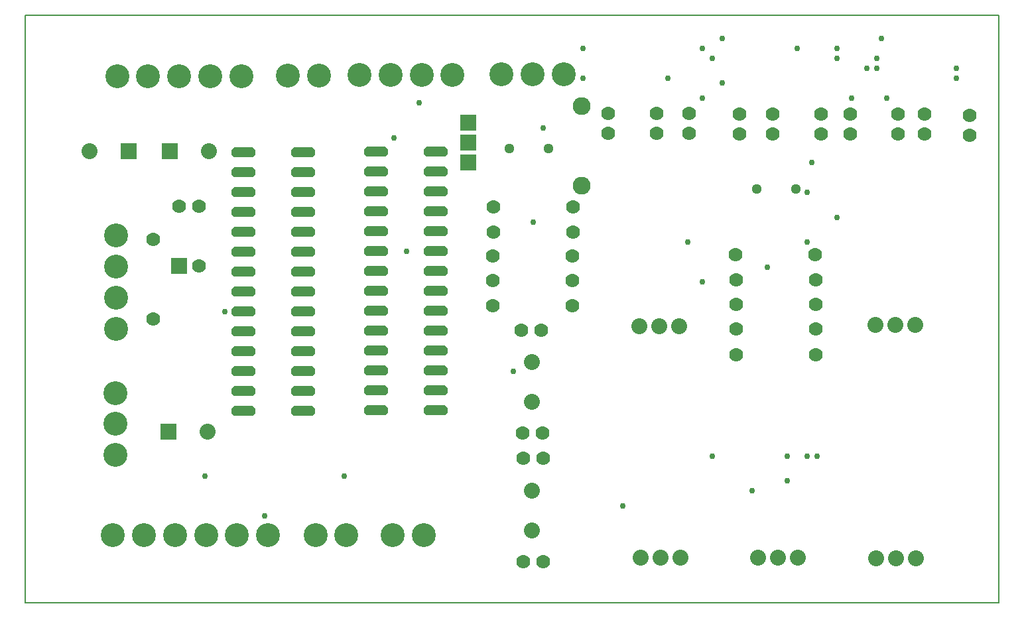
<source format=gbr>
G04 PROTEUS GERBER X2 FILE*
%TF.GenerationSoftware,Labcenter,Proteus,8.9-SP0-Build27865*%
%TF.CreationDate,2020-10-13T12:24:17+00:00*%
%TF.FileFunction,Copper,L0,Inr*%
%TF.FilePolarity,Positive*%
%TF.Part,Single*%
%TF.SameCoordinates,{eb038a7c-90c0-4424-89c4-d0a3f05e8ce7}*%
%FSLAX45Y45*%
%MOMM*%
G01*
%TA.AperFunction,ViaPad*%
%ADD13C,0.762000*%
%TA.AperFunction,ComponentPad*%
%ADD14C,3.048000*%
%TA.AperFunction,WasherPad*%
%ADD24C,1.280000*%
%TA.AperFunction,ComponentPad*%
%ADD19C,1.280000*%
%ADD70C,1.778000*%
%TA.AperFunction,ComponentPad*%
%ADD71C,2.032000*%
%AMDIL012*
4,1,8,
-1.524000,0.330200,-1.219200,0.635000,1.219200,0.635000,1.524000,0.330200,1.524000,-0.330200,
1.219200,-0.635000,-1.219200,-0.635000,-1.524000,-0.330200,-1.524000,0.330200,
0*%
%TA.AperFunction,ComponentPad*%
%ADD20DIL012*%
%TA.AperFunction,ComponentPad*%
%ADD21R,2.032000X2.032000*%
%TA.AperFunction,ComponentPad*%
%ADD22C,2.286000*%
%TA.AperFunction,Profile*%
%ADD23C,0.203200*%
%TD.AperFunction*%
D13*
X+1397000Y+7239000D03*
X+4381500Y+7302500D03*
X-4445000Y+1714500D03*
X+1143000Y+4699000D03*
X+2603500Y+2476500D03*
X+2476500Y+2476500D03*
X+2222500Y+2476500D03*
X+2222500Y+2159000D03*
X+1143000Y+7048500D03*
X-889000Y+6667500D03*
X-2476500Y+6985000D03*
X+2857500Y+5524500D03*
X-1016000Y+5461000D03*
X+3365500Y+7429500D03*
X+2476500Y+5842000D03*
X+2476500Y+5207000D03*
X+952500Y+5207000D03*
X+4381500Y+7429500D03*
X+3429000Y+7810500D03*
X+1397000Y+7810500D03*
X+3492500Y+7048500D03*
X-1270000Y+3556000D03*
X+698500Y+7302500D03*
X-381000Y+7302500D03*
X-381000Y+7683500D03*
X+127000Y+1841500D03*
X+1968500Y+4889500D03*
X+3048000Y+7048500D03*
X-3429000Y+2222500D03*
X-5207000Y+2222500D03*
X+1270000Y+2476500D03*
X+2349500Y+7683500D03*
X+1143000Y+7683500D03*
X+2540000Y+6223000D03*
X+3238500Y+7429500D03*
X+1778000Y+2032000D03*
X+2857500Y+7683500D03*
X+3365500Y+7556500D03*
X+2857500Y+7556500D03*
X+1270000Y+7556500D03*
X-4953000Y+4318000D03*
X-2794000Y+6540500D03*
X-2636520Y+5087620D03*
D14*
X-6329680Y+7322820D03*
X-5933440Y+7322820D03*
X-5537200Y+7322820D03*
X-5140960Y+7322820D03*
X-4744720Y+7322820D03*
X-3235960Y+7345680D03*
X-2839720Y+7345680D03*
X-2443480Y+7345680D03*
X-2047240Y+7345680D03*
X-4147820Y+7335520D03*
X-3751580Y+7335520D03*
X-4401820Y+1463040D03*
X-4798060Y+1463040D03*
X-5194300Y+1463040D03*
X-5590540Y+1463040D03*
X-5986780Y+1463040D03*
X-6383020Y+1463040D03*
X-3401060Y+1465580D03*
X-3797300Y+1465580D03*
X-2415540Y+1463040D03*
X-2811780Y+1463040D03*
X-6350000Y+2489200D03*
X-6350000Y+2885440D03*
X-6350000Y+3281680D03*
D24*
X+1838960Y+5887720D03*
D19*
X+2338960Y+5887720D03*
D70*
X-63500Y+6850380D03*
X-63500Y+6596380D03*
X+972820Y+6847840D03*
X+972820Y+6593840D03*
X+2037080Y+6586220D03*
X+2037080Y+6840220D03*
X+3027680Y+6842760D03*
X+3027680Y+6588760D03*
X+3977640Y+6591300D03*
X+3977640Y+6845300D03*
D71*
X+335280Y+4132580D03*
X+589280Y+4132580D03*
X+843280Y+4132580D03*
X+3860800Y+4147820D03*
X+3606800Y+4147820D03*
X+3352800Y+4147820D03*
X+350520Y+1181100D03*
X+604520Y+1181100D03*
X+858520Y+1181100D03*
X+1849120Y+1181100D03*
X+2103120Y+1181100D03*
X+2357120Y+1181100D03*
X+3868420Y+1173480D03*
X+3614420Y+1173480D03*
X+3360420Y+1173480D03*
D70*
X-1526540Y+5656580D03*
X-510540Y+5656580D03*
X-1529080Y+5334000D03*
X-513080Y+5334000D03*
X-1534160Y+5031740D03*
X-518160Y+5031740D03*
X-1536700Y+4719320D03*
X-520700Y+4719320D03*
X-1531620Y+4394200D03*
X-515620Y+4394200D03*
X+558800Y+6850380D03*
X+558800Y+6596380D03*
X+1615440Y+6588760D03*
X+1615440Y+6842760D03*
X+2656840Y+6591300D03*
X+2656840Y+6845300D03*
X+3637280Y+6591300D03*
X+3637280Y+6845300D03*
X+4556760Y+6576060D03*
X+4556760Y+6830060D03*
X+1564640Y+5049520D03*
X+2580640Y+5049520D03*
X+2585720Y+4729480D03*
X+1569720Y+4729480D03*
X+1572260Y+4411980D03*
X+2588260Y+4411980D03*
X+1572260Y+4097020D03*
X+2588260Y+4097020D03*
X+1577340Y+3771900D03*
X+2593340Y+3771900D03*
D20*
X-3022600Y+6360160D03*
X-3022600Y+6106160D03*
X-3022600Y+5852160D03*
X-3022600Y+5598160D03*
X-3022600Y+5344160D03*
X-3022600Y+5090160D03*
X-3022600Y+4836160D03*
X-3022600Y+4582160D03*
X-3022600Y+4328160D03*
X-3022600Y+4074160D03*
X-3022600Y+3820160D03*
X-3022600Y+3566160D03*
X-3022600Y+3312160D03*
X-3022600Y+3058160D03*
X-2260600Y+3058160D03*
X-2260600Y+3312160D03*
X-2260600Y+3566160D03*
X-2260600Y+3820160D03*
X-2260600Y+4074160D03*
X-2260600Y+4328160D03*
X-2260600Y+4582160D03*
X-2260600Y+4836160D03*
X-2260600Y+5090160D03*
X-2260600Y+5344160D03*
X-2260600Y+5598160D03*
X-2260600Y+5852160D03*
X-2260600Y+6106160D03*
X-2260600Y+6358160D03*
D71*
X-1031240Y+3680460D03*
X-1031240Y+3172460D03*
D70*
X-911860Y+4084320D03*
X-1165860Y+4084320D03*
X-901700Y+2771140D03*
X-1155700Y+2771140D03*
D20*
X-4714240Y+6354540D03*
X-4714240Y+6100540D03*
X-4714240Y+5846540D03*
X-4714240Y+5592540D03*
X-4714240Y+5338540D03*
X-4714240Y+5084540D03*
X-4714240Y+4830540D03*
X-4714240Y+4576540D03*
X-4714240Y+4322540D03*
X-4714240Y+4068540D03*
X-4714240Y+3814540D03*
X-4714240Y+3560540D03*
X-4714240Y+3306540D03*
X-4714240Y+3052540D03*
X-3952240Y+3052540D03*
X-3952240Y+3306540D03*
X-3952240Y+3560540D03*
X-3952240Y+3814540D03*
X-3952240Y+4068540D03*
X-3952240Y+4322540D03*
X-3952240Y+4576540D03*
X-3952240Y+4830540D03*
X-3952240Y+5084540D03*
X-3952240Y+5338540D03*
X-3952240Y+5592540D03*
X-3952240Y+5846540D03*
X-3952240Y+6100540D03*
X-3952240Y+6352540D03*
D71*
X-1033780Y+2034540D03*
X-1033780Y+1526540D03*
D70*
X-891540Y+2446020D03*
X-1145540Y+2446020D03*
X-886460Y+1127760D03*
X-1140460Y+1127760D03*
D21*
X-5539740Y+4902200D03*
D70*
X-5285740Y+4902200D03*
X-5285740Y+5664200D03*
X-5539740Y+5664200D03*
X-5872480Y+4224020D03*
X-5872480Y+5240020D03*
D14*
X-1422400Y+7348220D03*
X-1026160Y+7348220D03*
X-629920Y+7348220D03*
D21*
X-1844040Y+6736080D03*
X-1844040Y+6482080D03*
X-1844040Y+6228080D03*
D22*
X-398780Y+5930900D03*
X-398780Y+6946900D03*
D24*
X-1321880Y+6405880D03*
D19*
X-821880Y+6405880D03*
D21*
X-5673980Y+2783840D03*
D71*
X-5173980Y+2783840D03*
D21*
X-6184900Y+6365240D03*
D71*
X-6684900Y+6365240D03*
D21*
X-5653660Y+6365240D03*
D71*
X-5153660Y+6365240D03*
D14*
X-6339840Y+4102100D03*
X-6339840Y+4498340D03*
X-6339840Y+4894580D03*
X-6339840Y+5290820D03*
D23*
X-7503160Y+607060D02*
X+4927600Y+607060D01*
X+4927600Y+8105140D01*
X-7503160Y+8105140D01*
X-7503160Y+607060D01*
M02*

</source>
